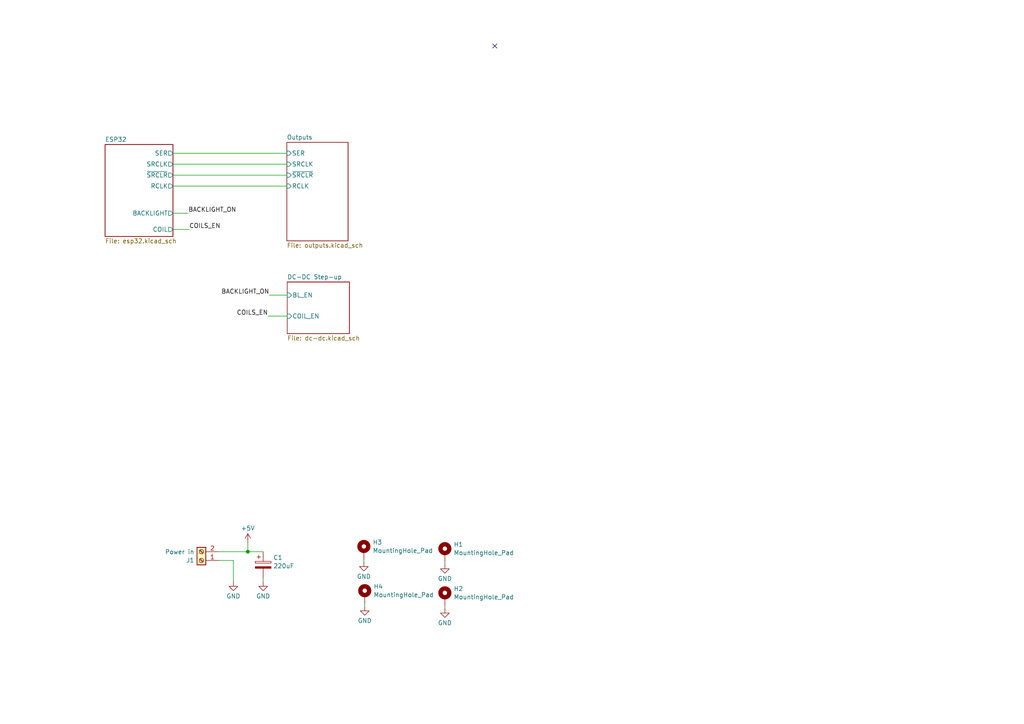
<source format=kicad_sch>
(kicad_sch (version 20230121) (generator eeschema)
  (paper "A4")
  (title_block (title "ESP32-S3 Flipdot controller"))
  (lib_symbols
    (symbol "Connector:Screw_Terminal_01x02" (pin_names (offset 1.016) hide)
      (property "Reference" "J" (at 0 2.54 0))
      (property "Value" "Screw_Terminal_01x02" (at 0 -5.08 0))
      (symbol "Screw_Terminal_01x02_1_1"
        (rectangle (start -1.27 1.27) (end 1.27 -3.81) (stroke (width 0.254)) (fill (type background)))
        (circle (center 0 -2.54) (radius 0.635) (stroke (width 0.1524)))
        (polyline (pts (xy -0.5334 -2.2098) (xy 0.3302 -3.048)) (stroke (width 0.1524)))
        (polyline (pts (xy -0.5334 0.3302) (xy 0.3302 -0.508)) (stroke (width 0.1524)))
        (polyline (pts (xy -0.3556 -2.032) (xy 0.508 -2.8702)) (stroke (width 0.1524)))
        (polyline (pts (xy -0.3556 0.508) (xy 0.508 -0.3302)) (stroke (width 0.1524)))
        (circle (center 0 0) (radius 0.635) (stroke (width 0.1524)))
        (pin passive line (at -5.08 0 0) (length 3.81) (name "Pin_1") (number "1"))
        (pin passive line (at -5.08 -2.54 0) (length 3.81) (name "Pin_2") (number "2"))
      )
    )
    (symbol "Device:C_Polarized" (pin_numbers hide) (pin_names (offset 0.254))
      (property "Reference" "C" (at 0.635 2.54 0))
      (property "Value" "C_Polarized" (at 0.635 -2.54 0))
      (symbol "C_Polarized_0_1"
        (rectangle (start -2.286 0.508) (end 2.286 1.016))
        (polyline (pts (xy -1.778 2.286) (xy -0.762 2.286)))
        (polyline (pts (xy -1.27 2.794) (xy -1.27 1.778)))
        (rectangle (start 2.286 -0.508) (end -2.286 -1.016) (fill (type outline)))
      )
      (symbol "C_Polarized_1_1"
        (pin passive line (at 0 3.81 270) (length 2.794) (name "~") (number "1"))
        (pin passive line (at 0 -3.81 90) (length 2.794) (name "~") (number "2"))
      )
    )
    (symbol "Mechanical:MountingHole_Pad" (pin_numbers hide) (pin_names (offset 1.016) hide)
      (property "Reference" "H" (at 0 6.35 0))
      (property "Value" "MountingHole_Pad" (at 0 4.445 0))
      (symbol "MountingHole_Pad_0_1"
        (circle (center 0 1.27) (radius 1.27) (stroke (width 1.27)))
      )
      (symbol "MountingHole_Pad_1_1"
        (pin input line (at 0 -2.54 90) (length 2.54) (name "1") (number "1"))
      )
    )
    (symbol "power:+5V" (power) (pin_names (offset 0))
      (property "Value" "+5V" (at 0 3.556 0))
      (symbol "+5V_0_1"
        (polyline (pts (xy -0.762 1.27) (xy 0 2.54)))
        (polyline (pts (xy 0 0) (xy 0 2.54)))
        (polyline (pts (xy 0 2.54) (xy 0.762 1.27)))
      )
      (symbol "+5V_1_1"
        (pin power_in line (at 0 0 90) (length 0) hide (name "+5V") (number "1"))
      )
    )
    (symbol "power:GND" (power) (pin_names (offset 0))
      (property "Value" "GND" (at 0 -3.81 0))
      (symbol "GND_0_1"
        (polyline (pts (xy 0 0) (xy 0 -1.27) (xy 1.27 -1.27) (xy 0 -2.54) (xy -1.27 -1.27) (xy 0 -1.27)))
      )
      (symbol "GND_1_1"
        (pin power_in line (at 0 0 270) (length 0) hide (name "GND") (number "1"))
      )
    )
  )
  (junction (at 71.882 160.02))
  (no_connect (at 143.51 13.335))
  (wire (pts (xy 50.165 44.45) (xy 83.185 44.45)))
  (wire (pts (xy 129.032 175.768) (xy 129.032 176.53)))
  (wire (pts (xy 71.882 157.353) (xy 71.882 160.02)))
  (wire (pts (xy 63.5 162.56) (xy 67.691 162.56)))
  (wire (pts (xy 105.791 175.133) (xy 105.791 175.895)))
  (wire (pts (xy 67.691 162.56) (xy 67.691 168.783)))
  (wire (pts (xy 63.5 160.02) (xy 71.882 160.02)))
  (wire (pts (xy 50.165 61.849) (xy 54.61 61.849)))
  (wire (pts (xy 50.165 47.625) (xy 83.185 47.625)))
  (wire (pts (xy 105.537 162.306) (xy 105.537 163.068)))
  (wire (pts (xy 83.312 91.694) (xy 77.724 91.694)))
  (wire (pts (xy 76.327 167.64) (xy 76.327 168.783)))
  (wire (pts (xy 50.165 50.8) (xy 83.185 50.8)))
  (wire (pts (xy 50.165 66.548) (xy 54.864 66.548)))
  (wire (pts (xy 76.327 160.02) (xy 71.882 160.02)))
  (wire (pts (xy 50.165 53.975) (xy 83.185 53.975)))
  (wire (pts (xy 129.032 162.941) (xy 129.032 163.703)))
  (wire (pts (xy 78.105 85.598) (xy 83.312 85.598)))
  (label "BACKLIGHT_ON" (at 78.105 85.598 180))
  (label "COILS_EN" (at 77.724 91.694 180))
  (label "BACKLIGHT_ON" (at 54.61 61.849 0))
  (label "COILS_EN" (at 54.864 66.548 0))
  (symbol (lib_id "Mechanical:MountingHole_Pad") (at 105.791 172.593 0) (unit 1)
    (property "Reference" "H4" (at 108.331 170.1109 0) (effects (justify left)))
    (property "Value" "MountingHole_Pad" (at 108.331 172.5351 0) (effects (justify left)))
    (property "Footprint" "MountingHole:MountingHole_4.3mm_M4_Pad" (effects hide))
  )
  (symbol (lib_id "Mechanical:MountingHole_Pad") (at 129.032 173.228 0) (unit 1)
    (property "Reference" "H2" (at 131.572 170.7459 0) (effects (justify left)))
    (property "Value" "MountingHole_Pad" (at 131.572 173.1701 0) (effects (justify left)))
    (property "Footprint" "MountingHole:MountingHole_4.3mm_M4_Pad" (effects hide))
  )
  (symbol (lib_id "Device:C_Polarized") (at 76.327 163.83 0) (unit 1)
    (property "Reference" "C1" (at 79.248 161.7289 0) (effects (justify left)))
    (property "Value" "220uF" (at 79.248 164.1531 0) (effects (justify left)))
    (property "Footprint" "Capacitor_SMD:CP_Elec_6.3x7.7" (effects hide))
    (property "Voltage" "16V" (effects hide))
    (property "LCSC" "C125979" (effects hide))
  )
  (symbol (lib_id "power:GND") (at 129.032 176.53 0) (unit 1)
    (property "Reference" "#PWR052" (effects hide))
    (property "Value" "GND" (at 129.032 180.6631 0))
  )
  (symbol (lib_id "power:+5V") (at 71.882 157.353 0) (unit 1)
    (property "Reference" "#PWR02" (effects hide))
    (property "Value" "+5V" (at 71.882 153.2199 0))
  )
  (symbol (lib_id "Mechanical:MountingHole_Pad") (at 129.032 160.401 0) (unit 1)
    (property "Reference" "H1" (at 131.572 157.9189 0) (effects (justify left)))
    (property "Value" "MountingHole_Pad" (at 131.572 160.3431 0) (effects (justify left)))
    (property "Footprint" "MountingHole:MountingHole_4.3mm_M4_Pad" (effects hide))
  )
  (symbol (lib_id "Connector:Screw_Terminal_01x02") (at 58.42 162.56 180) (unit 1)
    (property "Reference" "J1" (at 56.388 162.5021 0) (effects (justify left)))
    (property "Value" "Power in" (at 56.388 160.0779 0) (effects (justify left)))
    (property "Footprint" "TerminalBlock_Phoenix:TerminalBlock_Phoenix_MKDS-3-2-5.08_1x02_P5.08mm_Horizontal" (effects hide))
    (property "LCSC" "C5157144" (effects hide))
  )
  (symbol (lib_id "power:GND") (at 67.691 168.783 0) (unit 1)
    (property "Reference" "#PWR01" (effects hide))
    (property "Value" "GND" (at 67.691 172.9161 0))
  )
  (symbol (lib_id "power:GND") (at 105.791 175.895 0) (unit 1)
    (property "Reference" "#PWR054" (effects hide))
    (property "Value" "GND" (at 105.791 180.0281 0))
  )
  (symbol (lib_id "power:GND") (at 105.537 163.068 0) (unit 1)
    (property "Reference" "#PWR053" (effects hide))
    (property "Value" "GND" (at 105.537 167.2011 0))
  )
  (symbol (lib_id "Mechanical:MountingHole_Pad") (at 105.537 159.766 0) (unit 1)
    (property "Reference" "H3" (at 108.077 157.2839 0) (effects (justify left)))
    (property "Value" "MountingHole_Pad" (at 108.077 159.7081 0) (effects (justify left)))
    (property "Footprint" "MountingHole:MountingHole_4.3mm_M4_Pad" (effects hide))
  )
  (symbol (lib_id "power:GND") (at 76.327 168.783 0) (unit 1)
    (property "Reference" "#PWR03" (effects hide))
    (property "Value" "GND" (at 76.327 172.9161 0))
  )
  (symbol (lib_id "power:GND") (at 129.032 163.703 0) (unit 1)
    (property "Reference" "#PWR051" (effects hide))
    (property "Value" "GND" (at 129.032 167.8361 0))
  )
  (sheet (at 83.185 41.275) (size 17.78 28.575) (stroke (width 0.1524))
    (property "Sheetname" "Outputs" (at 83.185 40.5634 0) (effects (justify left bottom)))
    (property "Sheetfile" "outputs.kicad_sch" (at 83.185 70.4346 0) (effects (justify left top)))
    (pin "SER" input (at 83.185 44.45 180))
    (pin "SRCLK" input (at 83.185 47.625 180))
    (pin "~{SRCLR}" input (at 83.185 50.8 180))
    (pin "RCLK" input (at 83.185 53.975 180))
  )
  (sheet (at 30.48 41.91) (size 19.685 26.67) (stroke (width 0.1524))
    (property "Sheetname" "ESP32" (at 30.48 41.1984 0) (effects (justify left bottom)))
    (property "Sheetfile" "esp32.kicad_sch" (at 30.48 69.1646 0) (effects (justify left top)))
    (pin "BACKLIGHT" output (at 50.165 61.849 0))
    (pin "SRCLK" output (at 50.165 47.625 0))
    (pin "~{SRCLR}" output (at 50.165 50.8 0))
    (pin "RCLK" output (at 50.165 53.975 0))
    (pin "SER" output (at 50.165 44.45 0))
    (pin "COIL" output (at 50.165 66.548 0))
  )
  (sheet (at 83.312 81.788) (size 18.034 14.986) (stroke (width 0.1524))
    (property "Sheetname" "DC-DC Step-up" (at 83.312 81.0764 0) (effects (justify left bottom)))
    (property "Sheetfile" "dc-dc.kicad_sch" (at 83.312 97.3586 0) (effects (justify left top)))
    (pin "BL_EN" input (at 83.312 85.598 180))
    (pin "COIL_EN" input (at 83.312 91.694 180))
  )
)
</source>
